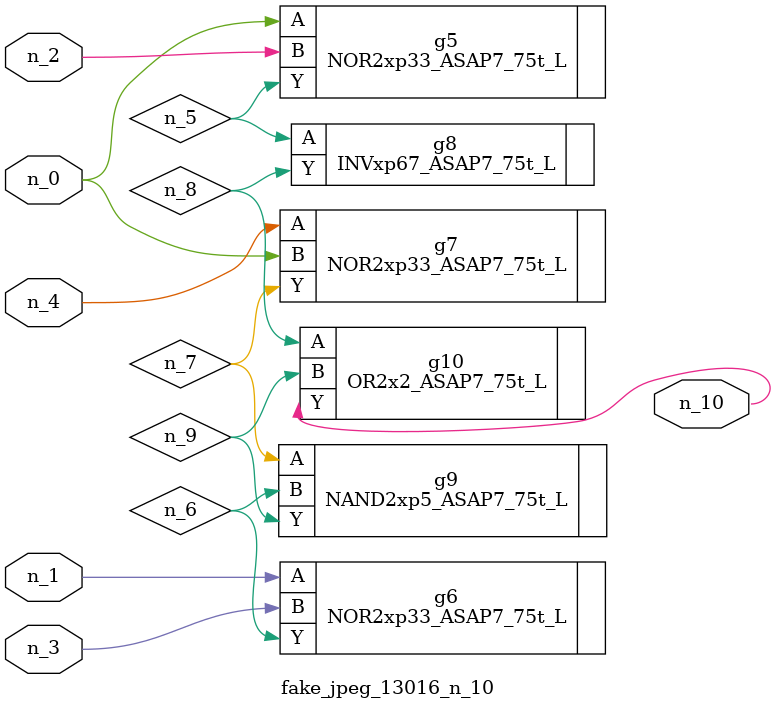
<source format=v>
module fake_jpeg_13016_n_10 (n_3, n_2, n_1, n_0, n_4, n_10);

input n_3;
input n_2;
input n_1;
input n_0;
input n_4;

output n_10;

wire n_8;
wire n_9;
wire n_6;
wire n_5;
wire n_7;

NOR2xp33_ASAP7_75t_L g5 ( 
.A(n_0),
.B(n_2),
.Y(n_5)
);

NOR2xp33_ASAP7_75t_L g6 ( 
.A(n_1),
.B(n_3),
.Y(n_6)
);

NOR2xp33_ASAP7_75t_L g7 ( 
.A(n_4),
.B(n_0),
.Y(n_7)
);

INVxp67_ASAP7_75t_L g8 ( 
.A(n_5),
.Y(n_8)
);

OR2x2_ASAP7_75t_L g10 ( 
.A(n_8),
.B(n_9),
.Y(n_10)
);

NAND2xp5_ASAP7_75t_L g9 ( 
.A(n_7),
.B(n_6),
.Y(n_9)
);


endmodule
</source>
